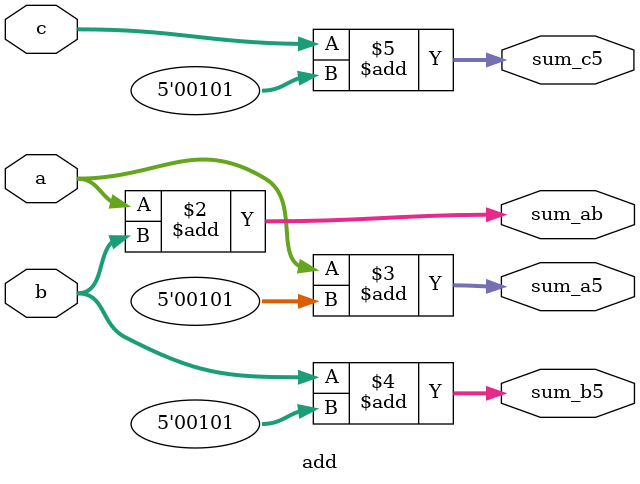
<source format=v>
module add (
    input  [3:0] a,
    input  [3:0] b,
    input  [3:0] c,
    output reg [4:0] sum_ab,
    output reg [4:0] sum_a5,
    output reg [4:0] sum_b5,
    output reg [4:0] sum_c5
);
    localparam [4:0] FIVE = 5'd5;

    always @(*) begin
        sum_ab = a + b;
        sum_a5 = a + FIVE;
        sum_b5 = b + FIVE;
        sum_c5 = c + FIVE;
    end
endmodule

</source>
